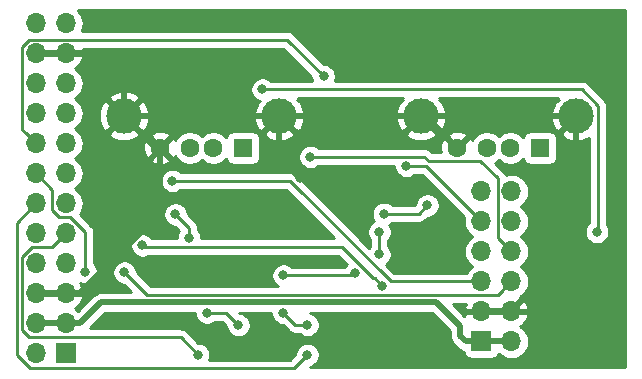
<source format=gbr>
G04 #@! TF.GenerationSoftware,KiCad,Pcbnew,5.0.2+dfsg1-1*
G04 #@! TF.CreationDate,2019-12-14T00:12:12+01:00*
G04 #@! TF.ProjectId,USB,5553422e-6b69-4636-9164-5f7063625858,rev?*
G04 #@! TF.SameCoordinates,Original*
G04 #@! TF.FileFunction,Copper,L2,Bot*
G04 #@! TF.FilePolarity,Positive*
%FSLAX46Y46*%
G04 Gerber Fmt 4.6, Leading zero omitted, Abs format (unit mm)*
G04 Created by KiCad (PCBNEW 5.0.2+dfsg1-1) date Sat 14 Dec 2019 12:12:12 AM CET*
%MOMM*%
%LPD*%
G01*
G04 APERTURE LIST*
G04 #@! TA.AperFunction,ComponentPad*
%ADD10R,1.700000X1.700000*%
G04 #@! TD*
G04 #@! TA.AperFunction,ComponentPad*
%ADD11O,1.700000X1.700000*%
G04 #@! TD*
G04 #@! TA.AperFunction,ComponentPad*
%ADD12C,1.600000*%
G04 #@! TD*
G04 #@! TA.AperFunction,ComponentPad*
%ADD13R,1.600000X1.600000*%
G04 #@! TD*
G04 #@! TA.AperFunction,ComponentPad*
%ADD14C,3.000000*%
G04 #@! TD*
G04 #@! TA.AperFunction,ViaPad*
%ADD15C,0.800000*%
G04 #@! TD*
G04 #@! TA.AperFunction,Conductor*
%ADD16C,0.250000*%
G04 #@! TD*
G04 #@! TA.AperFunction,Conductor*
%ADD17C,0.500000*%
G04 #@! TD*
G04 #@! TA.AperFunction,Conductor*
%ADD18C,0.200000*%
G04 #@! TD*
G04 #@! TA.AperFunction,Conductor*
%ADD19C,0.254000*%
G04 #@! TD*
G04 APERTURE END LIST*
D10*
G04 #@! TO.P,J1,1*
G04 #@! TO.N,USB2_FPGA_D-*
X126238000Y-107950000D03*
D11*
G04 #@! TO.P,J1,2*
G04 #@! TO.N,USB2_FPGA_D+*
X123698000Y-107950000D03*
G04 #@! TO.P,J1,3*
G04 #@! TO.N,+3V3*
X126238000Y-105410000D03*
G04 #@! TO.P,J1,4*
X123698000Y-105410000D03*
G04 #@! TO.P,J1,5*
G04 #@! TO.N,GND*
X126238000Y-102870000D03*
G04 #@! TO.P,J1,6*
X123698000Y-102870000D03*
G04 #@! TO.P,J1,7*
G04 #@! TO.N,USB1_FPGA_D-*
X126238000Y-100330000D03*
G04 #@! TO.P,J1,8*
G04 #@! TO.N,USB1_FPGA_D+*
X123698000Y-100330000D03*
G04 #@! TO.P,J1,9*
G04 #@! TO.N,USB1_FPGA_PULL_D-*
X126238000Y-97790000D03*
G04 #@! TO.P,J1,10*
G04 #@! TO.N,USB1_FPGA_PULL_D+*
X123698000Y-97790000D03*
G04 #@! TO.P,J1,11*
G04 #@! TO.N,USB2_FPGA_PULL_D-*
X126238000Y-95250000D03*
G04 #@! TO.P,J1,12*
G04 #@! TO.N,USB2_FPGA_PULL_D+*
X123698000Y-95250000D03*
G04 #@! TO.P,J1,13*
G04 #@! TO.N,GN24*
X126238000Y-92710000D03*
G04 #@! TO.P,J1,14*
G04 #@! TO.N,GP24*
X123698000Y-92710000D03*
G04 #@! TO.P,J1,15*
G04 #@! TO.N,GN25*
X126238000Y-90170000D03*
G04 #@! TO.P,J1,16*
G04 #@! TO.N,GP25*
X123698000Y-90170000D03*
G04 #@! TO.P,J1,17*
G04 #@! TO.N,GN26*
X126238000Y-87630000D03*
G04 #@! TO.P,J1,18*
G04 #@! TO.N,GP26*
X123698000Y-87630000D03*
G04 #@! TO.P,J1,19*
G04 #@! TO.N,GN27*
X126238000Y-85090000D03*
G04 #@! TO.P,J1,20*
G04 #@! TO.N,GP27*
X123698000Y-85090000D03*
G04 #@! TO.P,J1,21*
G04 #@! TO.N,GND*
X126238000Y-82550000D03*
G04 #@! TO.P,J1,22*
X123698000Y-82550000D03*
G04 #@! TO.P,J1,23*
G04 #@! TO.N,+5V*
X126238000Y-80010000D03*
G04 #@! TO.P,J1,24*
X123698000Y-80010000D03*
G04 #@! TD*
D10*
G04 #@! TO.P,J2,1*
G04 #@! TO.N,+3V3*
X161417000Y-106934000D03*
D11*
G04 #@! TO.P,J2,2*
X163957000Y-106934000D03*
G04 #@! TO.P,J2,3*
G04 #@! TO.N,GND*
X161417000Y-104394000D03*
G04 #@! TO.P,J2,4*
X163957000Y-104394000D03*
G04 #@! TO.P,J2,5*
G04 #@! TO.N,GN24*
X161417000Y-101854000D03*
G04 #@! TO.P,J2,6*
G04 #@! TO.N,GP24*
X163957000Y-101854000D03*
G04 #@! TO.P,J2,7*
G04 #@! TO.N,GN25*
X161417000Y-99314000D03*
G04 #@! TO.P,J2,8*
G04 #@! TO.N,GP25*
X163957000Y-99314000D03*
G04 #@! TO.P,J2,9*
G04 #@! TO.N,GN26*
X161417000Y-96774000D03*
G04 #@! TO.P,J2,10*
G04 #@! TO.N,GP26*
X163957000Y-96774000D03*
G04 #@! TO.P,J2,11*
G04 #@! TO.N,GN27*
X161417000Y-94234000D03*
G04 #@! TO.P,J2,12*
G04 #@! TO.N,GP27*
X163957000Y-94234000D03*
G04 #@! TD*
D12*
G04 #@! TO.P,US3,4*
G04 #@! TO.N,GND*
X134224000Y-90551000D03*
G04 #@! TO.P,US3,3*
G04 #@! TO.N,/FPD1+*
X136724000Y-90551000D03*
G04 #@! TO.P,US3,2*
G04 #@! TO.N,/FPD1-*
X138724000Y-90551000D03*
D13*
G04 #@! TO.P,US3,1*
G04 #@! TO.N,/US1VBUS*
X141224000Y-90551000D03*
D14*
G04 #@! TO.P,US3,5*
G04 #@! TO.N,GND*
X144294000Y-87841000D03*
X131154000Y-87841000D03*
G04 #@! TD*
G04 #@! TO.P,US4,5*
G04 #@! TO.N,GND*
X156300000Y-87841000D03*
X169440000Y-87841000D03*
D13*
G04 #@! TO.P,US4,1*
G04 #@! TO.N,/US2VBUS*
X166370000Y-90551000D03*
D12*
G04 #@! TO.P,US4,2*
G04 #@! TO.N,/FPD2-*
X163870000Y-90551000D03*
G04 #@! TO.P,US4,3*
G04 #@! TO.N,/FPD2+*
X161870000Y-90551000D03*
G04 #@! TO.P,US4,4*
G04 #@! TO.N,GND*
X159370000Y-90551000D03*
G04 #@! TD*
D15*
G04 #@! TO.N,USB1_FPGA_PULL_D-*
X137414000Y-108057000D03*
G04 #@! TO.N,Net-(D4-Pad2)*
X138176000Y-104482000D03*
X140843000Y-105557000D03*
G04 #@! TO.N,USB1_FPGA_D+*
X136652000Y-98171000D03*
X135509000Y-96164500D03*
G04 #@! TO.N,GND*
X146050000Y-93091000D03*
G04 #@! TO.N,Net-(D8-Pad1)*
X146685000Y-105537000D03*
X144653000Y-104521000D03*
X144653000Y-101346000D03*
X150749000Y-101117500D03*
G04 #@! TO.N,USB2_FPGA_PULL_D+*
X146685000Y-108057000D03*
G04 #@! TO.N,USB2_FPGA_PULL_D-*
X153035000Y-102235000D03*
X132715000Y-98806000D03*
G04 #@! TO.N,USB2_FPGA_D+*
X152781000Y-99568000D03*
X152781000Y-97663000D03*
G04 #@! TO.N,USB2_FPGA_D-*
X153162000Y-96139000D03*
X156845000Y-95402500D03*
G04 #@! TO.N,GN26*
X155067000Y-92075000D03*
G04 #@! TO.N,GP25*
X146939000Y-91313000D03*
X148059863Y-84477137D03*
X123698000Y-90170000D03*
G04 #@! TO.N,GN25*
X142875000Y-85598000D03*
X171196000Y-97663000D03*
G04 #@! TO.N,GP24*
X127889000Y-101030000D03*
X131191000Y-101092000D03*
G04 #@! TO.N,GN24*
X135255000Y-93345000D03*
G04 #@! TD*
D16*
G04 #@! TO.N,USB1_FPGA_PULL_D-*
X135942001Y-106585001D02*
X137414000Y-108057000D01*
X123133999Y-106585001D02*
X135942001Y-106585001D01*
X122522999Y-105974001D02*
X123133999Y-106585001D01*
X122522999Y-99765999D02*
X122522999Y-105974001D01*
X123323997Y-98965001D02*
X122522999Y-99765999D01*
X125062999Y-98965001D02*
X123323997Y-98965001D01*
X126238000Y-97790000D02*
X125062999Y-98965001D01*
G04 #@! TO.N,Net-(D4-Pad2)*
X138176000Y-104482000D02*
X139768000Y-104482000D01*
X139768000Y-104482000D02*
X140843000Y-105557000D01*
G04 #@! TO.N,USB1_FPGA_D+*
X136652000Y-98171000D02*
X136652000Y-97307500D01*
X136652000Y-97307500D02*
X135509000Y-96164500D01*
D17*
G04 #@! TO.N,GND*
X123698000Y-102870000D02*
X126238000Y-102870000D01*
X134224000Y-91682370D02*
X134224000Y-90551000D01*
X127440081Y-102870000D02*
X134224000Y-96086081D01*
X134224000Y-96086081D02*
X134224000Y-91682370D01*
X126238000Y-102870000D02*
X127440081Y-102870000D01*
X134224000Y-90911000D02*
X131154000Y-87841000D01*
X134224000Y-91682370D02*
X134224000Y-90911000D01*
X133275320Y-87841000D02*
X144294000Y-87841000D01*
X131154000Y-87841000D02*
X133275320Y-87841000D01*
X126238000Y-82550000D02*
X129667000Y-82550000D01*
X131154000Y-84037000D02*
X131154000Y-87841000D01*
X129667000Y-82550000D02*
X131154000Y-84037000D01*
X146415320Y-87841000D02*
X156300000Y-87841000D01*
X144294000Y-87841000D02*
X146415320Y-87841000D01*
X156660000Y-87841000D02*
X159370000Y-90551000D01*
X156300000Y-87841000D02*
X156660000Y-87841000D01*
X156300000Y-87841000D02*
X169440000Y-87841000D01*
X169440000Y-98911000D02*
X163957000Y-104394000D01*
X169440000Y-87841000D02*
X169440000Y-98911000D01*
X123698000Y-82550000D02*
X126238000Y-82550000D01*
X161417000Y-104394000D02*
X163957000Y-104394000D01*
X144294000Y-87841000D02*
X144294000Y-91335000D01*
X144294000Y-91335000D02*
X146050000Y-93091000D01*
D16*
G04 #@! TO.N,Net-(D8-Pad1)*
X146685000Y-105537000D02*
X145669000Y-105537000D01*
X145669000Y-105537000D02*
X144653000Y-104521000D01*
X150520500Y-101346000D02*
X150749000Y-101117500D01*
X144653000Y-101346000D02*
X150520500Y-101346000D01*
G04 #@! TO.N,USB2_FPGA_PULL_D+*
X122072989Y-108063991D02*
X123228998Y-109220000D01*
X123698000Y-95250000D02*
X122072989Y-96875011D01*
X122072989Y-96875011D02*
X122072989Y-108063991D01*
X123228998Y-109220000D02*
X145522000Y-109220000D01*
X145522000Y-109220000D02*
X146685000Y-108057000D01*
G04 #@! TO.N,USB2_FPGA_PULL_D-*
X132805001Y-98896001D02*
X132715000Y-98806000D01*
X149600503Y-98896001D02*
X132805001Y-98896001D01*
X152273000Y-101568498D02*
X149600503Y-98896001D01*
X152368498Y-101568498D02*
X153035000Y-102235000D01*
X152273000Y-101568498D02*
X152368498Y-101568498D01*
G04 #@! TO.N,USB2_FPGA_D+*
X152781000Y-99568000D02*
X152781000Y-97663000D01*
G04 #@! TO.N,USB2_FPGA_D-*
X153162000Y-96139000D02*
X156108500Y-96139000D01*
X156108500Y-96139000D02*
X156845000Y-95402500D01*
D18*
G04 #@! TO.N,GP27*
X123698000Y-85090000D02*
X124148000Y-84640000D01*
G04 #@! TO.N,GP26*
X123698000Y-87630000D02*
X124148000Y-87180000D01*
D16*
G04 #@! TO.N,GN26*
X156718000Y-92075000D02*
X161417000Y-96774000D01*
X155067000Y-92075000D02*
X156718000Y-92075000D01*
G04 #@! TO.N,GP25*
X156592410Y-91313000D02*
X146939000Y-91313000D01*
X162781999Y-98138999D02*
X162781999Y-93128001D01*
X161329999Y-91676001D02*
X156955411Y-91676001D01*
X163957000Y-99314000D02*
X162781999Y-98138999D01*
X162781999Y-93128001D02*
X161329999Y-91676001D01*
X156955411Y-91676001D02*
X156592410Y-91313000D01*
X122848001Y-89320001D02*
X123698000Y-90170000D01*
X122522999Y-88994999D02*
X122848001Y-89320001D01*
X122522999Y-81985999D02*
X122522999Y-88994999D01*
X123133999Y-81374999D02*
X122522999Y-81985999D01*
X144957725Y-81374999D02*
X123133999Y-81374999D01*
X148059863Y-84477137D02*
X144957725Y-81374999D01*
G04 #@! TO.N,GN25*
X171265001Y-97593999D02*
X171196000Y-97663000D01*
X171265001Y-86964999D02*
X171265001Y-97593999D01*
X142875000Y-85598000D02*
X169898002Y-85598000D01*
X169898002Y-85598000D02*
X171265001Y-86964999D01*
G04 #@! TO.N,GP24*
X127889000Y-97701998D02*
X127889000Y-101030000D01*
X125062999Y-94074999D02*
X125062999Y-95814001D01*
X123698000Y-92710000D02*
X125062999Y-94074999D01*
X125062999Y-95814001D02*
X125673999Y-96425001D01*
X125673999Y-96425001D02*
X126612003Y-96425001D01*
X126612003Y-96425001D02*
X127889000Y-97701998D01*
X162781999Y-103029001D02*
X163107001Y-102703999D01*
X133128001Y-103029001D02*
X162781999Y-103029001D01*
X163107001Y-102703999D02*
X163957000Y-101854000D01*
X131191000Y-101092000D02*
X133128001Y-103029001D01*
G04 #@! TO.N,GN24*
X145218002Y-93345000D02*
X135255000Y-93345000D01*
X161417000Y-101854000D02*
X153727002Y-101854000D01*
X153727002Y-101854000D02*
X145218002Y-93345000D01*
D17*
G04 #@! TO.N,+3V3*
X123698000Y-105410000D02*
X126238000Y-105410000D01*
X160067000Y-106934000D02*
X161417000Y-106934000D01*
X159639000Y-106506000D02*
X160067000Y-106934000D01*
X126238000Y-105410000D02*
X127440081Y-105410000D01*
X127440081Y-105410000D02*
X129218081Y-103632000D01*
X157607000Y-103632000D02*
X159639000Y-105664000D01*
X129218081Y-103632000D02*
X157607000Y-103632000D01*
X159639000Y-105664000D02*
X159639000Y-106506000D01*
X161417000Y-106934000D02*
X163957000Y-106934000D01*
G04 #@! TD*
D19*
G04 #@! TO.N,GND*
G36*
X173584000Y-109068000D02*
X146907596Y-109068000D01*
X146986898Y-109052226D01*
X147175256Y-108974205D01*
X147344774Y-108860937D01*
X147488937Y-108716774D01*
X147602205Y-108547256D01*
X147680226Y-108358898D01*
X147720000Y-108158939D01*
X147720000Y-107955061D01*
X147680226Y-107755102D01*
X147602205Y-107566744D01*
X147488937Y-107397226D01*
X147344774Y-107253063D01*
X147175256Y-107139795D01*
X146986898Y-107061774D01*
X146786939Y-107022000D01*
X146583061Y-107022000D01*
X146383102Y-107061774D01*
X146194744Y-107139795D01*
X146025226Y-107253063D01*
X145881063Y-107397226D01*
X145767795Y-107566744D01*
X145689774Y-107755102D01*
X145650000Y-107955061D01*
X145650000Y-108017198D01*
X145207199Y-108460000D01*
X138367348Y-108460000D01*
X138409226Y-108358898D01*
X138449000Y-108158939D01*
X138449000Y-107955061D01*
X138409226Y-107755102D01*
X138331205Y-107566744D01*
X138217937Y-107397226D01*
X138073774Y-107253063D01*
X137904256Y-107139795D01*
X137715898Y-107061774D01*
X137515939Y-107022000D01*
X137453802Y-107022000D01*
X136505805Y-106074004D01*
X136482002Y-106045000D01*
X136366277Y-105950027D01*
X136234248Y-105879455D01*
X136090987Y-105835998D01*
X135979334Y-105825001D01*
X135979323Y-105825001D01*
X135942001Y-105821325D01*
X135904679Y-105825001D01*
X128276658Y-105825001D01*
X129584660Y-104517000D01*
X137141000Y-104517000D01*
X137141000Y-104583939D01*
X137180774Y-104783898D01*
X137258795Y-104972256D01*
X137372063Y-105141774D01*
X137516226Y-105285937D01*
X137685744Y-105399205D01*
X137874102Y-105477226D01*
X138074061Y-105517000D01*
X138277939Y-105517000D01*
X138477898Y-105477226D01*
X138666256Y-105399205D01*
X138835774Y-105285937D01*
X138879711Y-105242000D01*
X139453199Y-105242000D01*
X139808000Y-105596802D01*
X139808000Y-105658939D01*
X139847774Y-105858898D01*
X139925795Y-106047256D01*
X140039063Y-106216774D01*
X140183226Y-106360937D01*
X140352744Y-106474205D01*
X140541102Y-106552226D01*
X140741061Y-106592000D01*
X140944939Y-106592000D01*
X141144898Y-106552226D01*
X141333256Y-106474205D01*
X141502774Y-106360937D01*
X141646937Y-106216774D01*
X141760205Y-106047256D01*
X141838226Y-105858898D01*
X141878000Y-105658939D01*
X141878000Y-105455061D01*
X141838226Y-105255102D01*
X141760205Y-105066744D01*
X141646937Y-104897226D01*
X141502774Y-104753063D01*
X141333256Y-104639795D01*
X141144898Y-104561774D01*
X140944939Y-104522000D01*
X140882802Y-104522000D01*
X140877802Y-104517000D01*
X143618000Y-104517000D01*
X143618000Y-104622939D01*
X143657774Y-104822898D01*
X143735795Y-105011256D01*
X143849063Y-105180774D01*
X143993226Y-105324937D01*
X144162744Y-105438205D01*
X144351102Y-105516226D01*
X144551061Y-105556000D01*
X144613199Y-105556000D01*
X145105201Y-106048003D01*
X145128999Y-106077001D01*
X145157997Y-106100799D01*
X145244723Y-106171974D01*
X145356252Y-106231588D01*
X145376753Y-106242546D01*
X145520014Y-106286003D01*
X145631667Y-106297000D01*
X145631677Y-106297000D01*
X145669000Y-106300676D01*
X145706322Y-106297000D01*
X145981289Y-106297000D01*
X146025226Y-106340937D01*
X146194744Y-106454205D01*
X146383102Y-106532226D01*
X146583061Y-106572000D01*
X146786939Y-106572000D01*
X146986898Y-106532226D01*
X147175256Y-106454205D01*
X147344774Y-106340937D01*
X147488937Y-106196774D01*
X147602205Y-106027256D01*
X147680226Y-105838898D01*
X147720000Y-105638939D01*
X147720000Y-105435061D01*
X147680226Y-105235102D01*
X147602205Y-105046744D01*
X147488937Y-104877226D01*
X147344774Y-104733063D01*
X147175256Y-104619795D01*
X146986898Y-104541774D01*
X146862350Y-104517000D01*
X157240422Y-104517000D01*
X158754000Y-106030579D01*
X158754000Y-106462531D01*
X158749719Y-106506000D01*
X158754000Y-106549469D01*
X158754000Y-106549477D01*
X158758355Y-106593687D01*
X158766805Y-106679490D01*
X158817412Y-106846313D01*
X158899590Y-107000059D01*
X158982468Y-107101046D01*
X158982471Y-107101049D01*
X159010184Y-107134817D01*
X159043952Y-107162530D01*
X159410466Y-107529044D01*
X159438183Y-107562817D01*
X159572941Y-107673411D01*
X159726687Y-107755589D01*
X159893510Y-107806195D01*
X159931482Y-107809935D01*
X159941188Y-107908482D01*
X159977498Y-108028180D01*
X160036463Y-108138494D01*
X160115815Y-108235185D01*
X160212506Y-108314537D01*
X160322820Y-108373502D01*
X160442518Y-108409812D01*
X160567000Y-108422072D01*
X162267000Y-108422072D01*
X162391482Y-108409812D01*
X162511180Y-108373502D01*
X162621494Y-108314537D01*
X162718185Y-108235185D01*
X162797537Y-108138494D01*
X162856502Y-108028180D01*
X162877393Y-107959313D01*
X162901866Y-107989134D01*
X163127986Y-108174706D01*
X163385966Y-108312599D01*
X163665889Y-108397513D01*
X163884050Y-108419000D01*
X164029950Y-108419000D01*
X164248111Y-108397513D01*
X164528034Y-108312599D01*
X164786014Y-108174706D01*
X165012134Y-107989134D01*
X165197706Y-107763014D01*
X165335599Y-107505034D01*
X165420513Y-107225111D01*
X165449185Y-106934000D01*
X165420513Y-106642889D01*
X165335599Y-106362966D01*
X165197706Y-106104986D01*
X165012134Y-105878866D01*
X164786014Y-105693294D01*
X164721477Y-105658799D01*
X164838355Y-105589178D01*
X165054588Y-105394269D01*
X165228641Y-105160920D01*
X165353825Y-104898099D01*
X165398476Y-104750890D01*
X165277155Y-104521000D01*
X164084000Y-104521000D01*
X164084000Y-104541000D01*
X163830000Y-104541000D01*
X163830000Y-104521000D01*
X161544000Y-104521000D01*
X161544000Y-104541000D01*
X161290000Y-104541000D01*
X161290000Y-104521000D01*
X160096845Y-104521000D01*
X159976196Y-104749617D01*
X159015579Y-103789001D01*
X160068235Y-103789001D01*
X160020175Y-103889901D01*
X159975524Y-104037110D01*
X160096845Y-104267000D01*
X161290000Y-104267000D01*
X161290000Y-104247000D01*
X161544000Y-104247000D01*
X161544000Y-104267000D01*
X163830000Y-104267000D01*
X163830000Y-104247000D01*
X164084000Y-104247000D01*
X164084000Y-104267000D01*
X165277155Y-104267000D01*
X165398476Y-104037110D01*
X165353825Y-103889901D01*
X165228641Y-103627080D01*
X165054588Y-103393731D01*
X164838355Y-103198822D01*
X164721477Y-103129201D01*
X164786014Y-103094706D01*
X165012134Y-102909134D01*
X165197706Y-102683014D01*
X165335599Y-102425034D01*
X165420513Y-102145111D01*
X165449185Y-101854000D01*
X165420513Y-101562889D01*
X165335599Y-101282966D01*
X165197706Y-101024986D01*
X165012134Y-100798866D01*
X164786014Y-100613294D01*
X164731209Y-100584000D01*
X164786014Y-100554706D01*
X165012134Y-100369134D01*
X165197706Y-100143014D01*
X165335599Y-99885034D01*
X165420513Y-99605111D01*
X165449185Y-99314000D01*
X165420513Y-99022889D01*
X165335599Y-98742966D01*
X165197706Y-98484986D01*
X165012134Y-98258866D01*
X164786014Y-98073294D01*
X164731209Y-98044000D01*
X164786014Y-98014706D01*
X165012134Y-97829134D01*
X165197706Y-97603014D01*
X165335599Y-97345034D01*
X165420513Y-97065111D01*
X165449185Y-96774000D01*
X165420513Y-96482889D01*
X165335599Y-96202966D01*
X165197706Y-95944986D01*
X165012134Y-95718866D01*
X164786014Y-95533294D01*
X164731209Y-95504000D01*
X164786014Y-95474706D01*
X165012134Y-95289134D01*
X165197706Y-95063014D01*
X165335599Y-94805034D01*
X165420513Y-94525111D01*
X165449185Y-94234000D01*
X165420513Y-93942889D01*
X165335599Y-93662966D01*
X165197706Y-93404986D01*
X165012134Y-93178866D01*
X164786014Y-92993294D01*
X164528034Y-92855401D01*
X164248111Y-92770487D01*
X164029950Y-92749000D01*
X163884050Y-92749000D01*
X163665889Y-92770487D01*
X163482409Y-92826145D01*
X163471106Y-92804999D01*
X163416973Y-92703724D01*
X163345798Y-92616998D01*
X163322000Y-92588000D01*
X163293002Y-92564202D01*
X162550778Y-91821978D01*
X162784759Y-91665637D01*
X162870000Y-91580396D01*
X162955241Y-91665637D01*
X163190273Y-91822680D01*
X163451426Y-91930853D01*
X163728665Y-91986000D01*
X164011335Y-91986000D01*
X164288574Y-91930853D01*
X164549727Y-91822680D01*
X164784759Y-91665637D01*
X164951339Y-91499057D01*
X164980498Y-91595180D01*
X165039463Y-91705494D01*
X165118815Y-91802185D01*
X165215506Y-91881537D01*
X165325820Y-91940502D01*
X165445518Y-91976812D01*
X165570000Y-91989072D01*
X167170000Y-91989072D01*
X167294482Y-91976812D01*
X167414180Y-91940502D01*
X167524494Y-91881537D01*
X167621185Y-91802185D01*
X167700537Y-91705494D01*
X167759502Y-91595180D01*
X167795812Y-91475482D01*
X167808072Y-91351000D01*
X167808072Y-89751000D01*
X167795812Y-89626518D01*
X167759502Y-89506820D01*
X167700537Y-89396506D01*
X167621185Y-89299815D01*
X167524494Y-89220463D01*
X167414180Y-89161498D01*
X167294482Y-89125188D01*
X167170000Y-89112928D01*
X165570000Y-89112928D01*
X165445518Y-89125188D01*
X165325820Y-89161498D01*
X165215506Y-89220463D01*
X165118815Y-89299815D01*
X165039463Y-89396506D01*
X164980498Y-89506820D01*
X164951339Y-89602943D01*
X164784759Y-89436363D01*
X164549727Y-89279320D01*
X164288574Y-89171147D01*
X164011335Y-89116000D01*
X163728665Y-89116000D01*
X163451426Y-89171147D01*
X163190273Y-89279320D01*
X162955241Y-89436363D01*
X162870000Y-89521604D01*
X162784759Y-89436363D01*
X162549727Y-89279320D01*
X162288574Y-89171147D01*
X162011335Y-89116000D01*
X161728665Y-89116000D01*
X161451426Y-89171147D01*
X161190273Y-89279320D01*
X160955241Y-89436363D01*
X160755363Y-89636241D01*
X160621308Y-89836869D01*
X160606671Y-89809486D01*
X160362702Y-89737903D01*
X159549605Y-90551000D01*
X159563748Y-90565143D01*
X159384143Y-90744748D01*
X159370000Y-90730605D01*
X159355858Y-90744748D01*
X159176253Y-90565143D01*
X159190395Y-90551000D01*
X158377298Y-89737903D01*
X158133329Y-89809486D01*
X158012429Y-90064996D01*
X157943700Y-90339184D01*
X157929783Y-90621512D01*
X157971213Y-90901130D01*
X157976531Y-90916001D01*
X157270212Y-90916001D01*
X157156214Y-90802003D01*
X157132411Y-90772999D01*
X157016686Y-90678026D01*
X156884657Y-90607454D01*
X156741396Y-90563997D01*
X156629743Y-90553000D01*
X156629732Y-90553000D01*
X156592410Y-90549324D01*
X156555088Y-90553000D01*
X147642711Y-90553000D01*
X147598774Y-90509063D01*
X147429256Y-90395795D01*
X147240898Y-90317774D01*
X147040939Y-90278000D01*
X146837061Y-90278000D01*
X146637102Y-90317774D01*
X146448744Y-90395795D01*
X146279226Y-90509063D01*
X146135063Y-90653226D01*
X146021795Y-90822744D01*
X145943774Y-91011102D01*
X145904000Y-91211061D01*
X145904000Y-91414939D01*
X145943774Y-91614898D01*
X146021795Y-91803256D01*
X146135063Y-91972774D01*
X146279226Y-92116937D01*
X146448744Y-92230205D01*
X146637102Y-92308226D01*
X146837061Y-92348000D01*
X147040939Y-92348000D01*
X147240898Y-92308226D01*
X147429256Y-92230205D01*
X147598774Y-92116937D01*
X147642711Y-92073000D01*
X154032000Y-92073000D01*
X154032000Y-92176939D01*
X154071774Y-92376898D01*
X154149795Y-92565256D01*
X154263063Y-92734774D01*
X154407226Y-92878937D01*
X154576744Y-92992205D01*
X154765102Y-93070226D01*
X154965061Y-93110000D01*
X155168939Y-93110000D01*
X155368898Y-93070226D01*
X155557256Y-92992205D01*
X155726774Y-92878937D01*
X155770711Y-92835000D01*
X156403199Y-92835000D01*
X159976203Y-96408005D01*
X159953487Y-96482889D01*
X159924815Y-96774000D01*
X159953487Y-97065111D01*
X160038401Y-97345034D01*
X160176294Y-97603014D01*
X160361866Y-97829134D01*
X160587986Y-98014706D01*
X160642791Y-98044000D01*
X160587986Y-98073294D01*
X160361866Y-98258866D01*
X160176294Y-98484986D01*
X160038401Y-98742966D01*
X159953487Y-99022889D01*
X159924815Y-99314000D01*
X159953487Y-99605111D01*
X160038401Y-99885034D01*
X160176294Y-100143014D01*
X160361866Y-100369134D01*
X160587986Y-100554706D01*
X160642791Y-100584000D01*
X160587986Y-100613294D01*
X160361866Y-100798866D01*
X160176294Y-101024986D01*
X160139405Y-101094000D01*
X154041804Y-101094000D01*
X153368220Y-100420416D01*
X153440774Y-100371937D01*
X153584937Y-100227774D01*
X153698205Y-100058256D01*
X153776226Y-99869898D01*
X153816000Y-99669939D01*
X153816000Y-99466061D01*
X153776226Y-99266102D01*
X153698205Y-99077744D01*
X153584937Y-98908226D01*
X153541000Y-98864289D01*
X153541000Y-98366711D01*
X153584937Y-98322774D01*
X153698205Y-98153256D01*
X153776226Y-97964898D01*
X153816000Y-97764939D01*
X153816000Y-97561061D01*
X153776226Y-97361102D01*
X153698205Y-97172744D01*
X153627256Y-97066561D01*
X153652256Y-97056205D01*
X153821774Y-96942937D01*
X153865711Y-96899000D01*
X156071178Y-96899000D01*
X156108500Y-96902676D01*
X156145822Y-96899000D01*
X156145833Y-96899000D01*
X156257486Y-96888003D01*
X156400747Y-96844546D01*
X156532776Y-96773974D01*
X156648501Y-96679001D01*
X156672303Y-96649998D01*
X156884801Y-96437500D01*
X156946939Y-96437500D01*
X157146898Y-96397726D01*
X157335256Y-96319705D01*
X157504774Y-96206437D01*
X157648937Y-96062274D01*
X157762205Y-95892756D01*
X157840226Y-95704398D01*
X157880000Y-95504439D01*
X157880000Y-95300561D01*
X157840226Y-95100602D01*
X157762205Y-94912244D01*
X157648937Y-94742726D01*
X157504774Y-94598563D01*
X157335256Y-94485295D01*
X157146898Y-94407274D01*
X156946939Y-94367500D01*
X156743061Y-94367500D01*
X156543102Y-94407274D01*
X156354744Y-94485295D01*
X156185226Y-94598563D01*
X156041063Y-94742726D01*
X155927795Y-94912244D01*
X155849774Y-95100602D01*
X155810000Y-95300561D01*
X155810000Y-95362699D01*
X155793699Y-95379000D01*
X153865711Y-95379000D01*
X153821774Y-95335063D01*
X153652256Y-95221795D01*
X153463898Y-95143774D01*
X153263939Y-95104000D01*
X153060061Y-95104000D01*
X152860102Y-95143774D01*
X152671744Y-95221795D01*
X152502226Y-95335063D01*
X152358063Y-95479226D01*
X152244795Y-95648744D01*
X152166774Y-95837102D01*
X152127000Y-96037061D01*
X152127000Y-96240939D01*
X152166774Y-96440898D01*
X152244795Y-96629256D01*
X152315744Y-96735439D01*
X152290744Y-96745795D01*
X152121226Y-96859063D01*
X151977063Y-97003226D01*
X151863795Y-97172744D01*
X151785774Y-97361102D01*
X151746000Y-97561061D01*
X151746000Y-97764939D01*
X151785774Y-97964898D01*
X151863795Y-98153256D01*
X151977063Y-98322774D01*
X152021001Y-98366712D01*
X152021000Y-98864289D01*
X151977063Y-98908226D01*
X151928584Y-98980780D01*
X145781806Y-92834003D01*
X145758003Y-92804999D01*
X145642278Y-92710026D01*
X145510249Y-92639454D01*
X145366988Y-92595997D01*
X145255335Y-92585000D01*
X145255324Y-92585000D01*
X145218002Y-92581324D01*
X145180680Y-92585000D01*
X135958711Y-92585000D01*
X135914774Y-92541063D01*
X135745256Y-92427795D01*
X135556898Y-92349774D01*
X135356939Y-92310000D01*
X135153061Y-92310000D01*
X134953102Y-92349774D01*
X134764744Y-92427795D01*
X134595226Y-92541063D01*
X134451063Y-92685226D01*
X134337795Y-92854744D01*
X134259774Y-93043102D01*
X134220000Y-93243061D01*
X134220000Y-93446939D01*
X134259774Y-93646898D01*
X134337795Y-93835256D01*
X134451063Y-94004774D01*
X134595226Y-94148937D01*
X134764744Y-94262205D01*
X134953102Y-94340226D01*
X135153061Y-94380000D01*
X135356939Y-94380000D01*
X135556898Y-94340226D01*
X135745256Y-94262205D01*
X135914774Y-94148937D01*
X135958711Y-94105000D01*
X144903201Y-94105000D01*
X148934202Y-98136001D01*
X137687000Y-98136001D01*
X137687000Y-98069061D01*
X137647226Y-97869102D01*
X137569205Y-97680744D01*
X137455937Y-97511226D01*
X137412000Y-97467289D01*
X137412000Y-97344822D01*
X137415676Y-97307499D01*
X137412000Y-97270176D01*
X137412000Y-97270167D01*
X137401003Y-97158514D01*
X137357546Y-97015253D01*
X137330686Y-96965002D01*
X137286974Y-96883223D01*
X137215799Y-96796497D01*
X137192001Y-96767499D01*
X137163003Y-96743701D01*
X136544000Y-96124699D01*
X136544000Y-96062561D01*
X136504226Y-95862602D01*
X136426205Y-95674244D01*
X136312937Y-95504726D01*
X136168774Y-95360563D01*
X135999256Y-95247295D01*
X135810898Y-95169274D01*
X135610939Y-95129500D01*
X135407061Y-95129500D01*
X135207102Y-95169274D01*
X135018744Y-95247295D01*
X134849226Y-95360563D01*
X134705063Y-95504726D01*
X134591795Y-95674244D01*
X134513774Y-95862602D01*
X134474000Y-96062561D01*
X134474000Y-96266439D01*
X134513774Y-96466398D01*
X134591795Y-96654756D01*
X134705063Y-96824274D01*
X134849226Y-96968437D01*
X135018744Y-97081705D01*
X135207102Y-97159726D01*
X135407061Y-97199500D01*
X135469199Y-97199500D01*
X135821171Y-97551473D01*
X135734795Y-97680744D01*
X135656774Y-97869102D01*
X135617000Y-98069061D01*
X135617000Y-98136001D01*
X133508712Y-98136001D01*
X133374774Y-98002063D01*
X133205256Y-97888795D01*
X133016898Y-97810774D01*
X132816939Y-97771000D01*
X132613061Y-97771000D01*
X132413102Y-97810774D01*
X132224744Y-97888795D01*
X132055226Y-98002063D01*
X131911063Y-98146226D01*
X131797795Y-98315744D01*
X131719774Y-98504102D01*
X131680000Y-98704061D01*
X131680000Y-98907939D01*
X131719774Y-99107898D01*
X131797795Y-99296256D01*
X131911063Y-99465774D01*
X132055226Y-99609937D01*
X132224744Y-99723205D01*
X132413102Y-99801226D01*
X132613061Y-99841000D01*
X132816939Y-99841000D01*
X133016898Y-99801226D01*
X133205256Y-99723205D01*
X133305834Y-99656001D01*
X149285702Y-99656001D01*
X150016245Y-100386544D01*
X149945063Y-100457726D01*
X149859353Y-100586000D01*
X145356711Y-100586000D01*
X145312774Y-100542063D01*
X145143256Y-100428795D01*
X144954898Y-100350774D01*
X144754939Y-100311000D01*
X144551061Y-100311000D01*
X144351102Y-100350774D01*
X144162744Y-100428795D01*
X143993226Y-100542063D01*
X143849063Y-100686226D01*
X143735795Y-100855744D01*
X143657774Y-101044102D01*
X143618000Y-101244061D01*
X143618000Y-101447939D01*
X143657774Y-101647898D01*
X143735795Y-101836256D01*
X143849063Y-102005774D01*
X143993226Y-102149937D01*
X144162744Y-102263205D01*
X144176737Y-102269001D01*
X133442803Y-102269001D01*
X132226000Y-101052199D01*
X132226000Y-100990061D01*
X132186226Y-100790102D01*
X132108205Y-100601744D01*
X131994937Y-100432226D01*
X131850774Y-100288063D01*
X131681256Y-100174795D01*
X131492898Y-100096774D01*
X131292939Y-100057000D01*
X131089061Y-100057000D01*
X130889102Y-100096774D01*
X130700744Y-100174795D01*
X130531226Y-100288063D01*
X130387063Y-100432226D01*
X130273795Y-100601744D01*
X130195774Y-100790102D01*
X130156000Y-100990061D01*
X130156000Y-101193939D01*
X130195774Y-101393898D01*
X130273795Y-101582256D01*
X130387063Y-101751774D01*
X130531226Y-101895937D01*
X130700744Y-102009205D01*
X130889102Y-102087226D01*
X131089061Y-102127000D01*
X131151199Y-102127000D01*
X131771198Y-102747000D01*
X129261550Y-102747000D01*
X129218081Y-102742719D01*
X129174612Y-102747000D01*
X129174604Y-102747000D01*
X129044591Y-102759805D01*
X128877768Y-102810411D01*
X128747547Y-102880015D01*
X128724022Y-102892589D01*
X128623034Y-102975468D01*
X128623032Y-102975470D01*
X128589264Y-103003183D01*
X128561551Y-103036951D01*
X127265948Y-104332555D01*
X127067014Y-104169294D01*
X127002477Y-104134799D01*
X127119355Y-104065178D01*
X127335588Y-103870269D01*
X127509641Y-103636920D01*
X127634825Y-103374099D01*
X127679476Y-103226890D01*
X127558155Y-102997000D01*
X126365000Y-102997000D01*
X126365000Y-103017000D01*
X126111000Y-103017000D01*
X126111000Y-102997000D01*
X123825000Y-102997000D01*
X123825000Y-103017000D01*
X123571000Y-103017000D01*
X123571000Y-102997000D01*
X123551000Y-102997000D01*
X123551000Y-102743000D01*
X123571000Y-102743000D01*
X123571000Y-102723000D01*
X123825000Y-102723000D01*
X123825000Y-102743000D01*
X126111000Y-102743000D01*
X126111000Y-102723000D01*
X126365000Y-102723000D01*
X126365000Y-102743000D01*
X127558155Y-102743000D01*
X127679476Y-102513110D01*
X127634825Y-102365901D01*
X127509641Y-102103080D01*
X127388041Y-101940053D01*
X127398744Y-101947205D01*
X127587102Y-102025226D01*
X127787061Y-102065000D01*
X127990939Y-102065000D01*
X128190898Y-102025226D01*
X128379256Y-101947205D01*
X128548774Y-101833937D01*
X128692937Y-101689774D01*
X128806205Y-101520256D01*
X128884226Y-101331898D01*
X128924000Y-101131939D01*
X128924000Y-100928061D01*
X128884226Y-100728102D01*
X128806205Y-100539744D01*
X128692937Y-100370226D01*
X128649000Y-100326289D01*
X128649000Y-97739320D01*
X128652676Y-97701997D01*
X128649000Y-97664674D01*
X128649000Y-97664665D01*
X128638003Y-97553012D01*
X128594546Y-97409751D01*
X128523974Y-97277722D01*
X128481692Y-97226201D01*
X128452799Y-97190994D01*
X128452795Y-97190990D01*
X128429001Y-97161997D01*
X128400009Y-97138204D01*
X127416552Y-96154749D01*
X127478706Y-96079014D01*
X127616599Y-95821034D01*
X127701513Y-95541111D01*
X127730185Y-95250000D01*
X127701513Y-94958889D01*
X127616599Y-94678966D01*
X127478706Y-94420986D01*
X127293134Y-94194866D01*
X127067014Y-94009294D01*
X127012209Y-93980000D01*
X127067014Y-93950706D01*
X127293134Y-93765134D01*
X127478706Y-93539014D01*
X127616599Y-93281034D01*
X127701513Y-93001111D01*
X127730185Y-92710000D01*
X127701513Y-92418889D01*
X127616599Y-92138966D01*
X127478706Y-91880986D01*
X127293134Y-91654866D01*
X127157681Y-91543702D01*
X133410903Y-91543702D01*
X133482486Y-91787671D01*
X133737996Y-91908571D01*
X134012184Y-91977300D01*
X134294512Y-91991217D01*
X134574130Y-91949787D01*
X134840292Y-91854603D01*
X134965514Y-91787671D01*
X135037097Y-91543702D01*
X134224000Y-90730605D01*
X133410903Y-91543702D01*
X127157681Y-91543702D01*
X127067014Y-91469294D01*
X127012209Y-91440000D01*
X127067014Y-91410706D01*
X127293134Y-91225134D01*
X127478706Y-90999014D01*
X127616599Y-90741034D01*
X127652855Y-90621512D01*
X132783783Y-90621512D01*
X132825213Y-90901130D01*
X132920397Y-91167292D01*
X132987329Y-91292514D01*
X133231298Y-91364097D01*
X134044395Y-90551000D01*
X134403605Y-90551000D01*
X135216702Y-91364097D01*
X135460671Y-91292514D01*
X135474324Y-91263659D01*
X135609363Y-91465759D01*
X135809241Y-91665637D01*
X136044273Y-91822680D01*
X136305426Y-91930853D01*
X136582665Y-91986000D01*
X136865335Y-91986000D01*
X137142574Y-91930853D01*
X137403727Y-91822680D01*
X137638759Y-91665637D01*
X137724000Y-91580396D01*
X137809241Y-91665637D01*
X138044273Y-91822680D01*
X138305426Y-91930853D01*
X138582665Y-91986000D01*
X138865335Y-91986000D01*
X139142574Y-91930853D01*
X139403727Y-91822680D01*
X139638759Y-91665637D01*
X139805339Y-91499057D01*
X139834498Y-91595180D01*
X139893463Y-91705494D01*
X139972815Y-91802185D01*
X140069506Y-91881537D01*
X140179820Y-91940502D01*
X140299518Y-91976812D01*
X140424000Y-91989072D01*
X142024000Y-91989072D01*
X142148482Y-91976812D01*
X142268180Y-91940502D01*
X142378494Y-91881537D01*
X142475185Y-91802185D01*
X142554537Y-91705494D01*
X142613502Y-91595180D01*
X142649812Y-91475482D01*
X142662072Y-91351000D01*
X142662072Y-89751000D01*
X142649812Y-89626518D01*
X142613502Y-89506820D01*
X142554537Y-89396506D01*
X142502135Y-89332653D01*
X142981952Y-89332653D01*
X143137962Y-89648214D01*
X143512745Y-89839020D01*
X143917551Y-89953044D01*
X144336824Y-89985902D01*
X144754451Y-89936334D01*
X145154383Y-89806243D01*
X145450038Y-89648214D01*
X145606048Y-89332653D01*
X154987952Y-89332653D01*
X155143962Y-89648214D01*
X155518745Y-89839020D01*
X155923551Y-89953044D01*
X156342824Y-89985902D01*
X156760451Y-89936334D01*
X157160383Y-89806243D01*
X157456038Y-89648214D01*
X157500491Y-89558298D01*
X158556903Y-89558298D01*
X159370000Y-90371395D01*
X160183097Y-89558298D01*
X160111514Y-89314329D01*
X159856004Y-89193429D01*
X159581816Y-89124700D01*
X159299488Y-89110783D01*
X159019870Y-89152213D01*
X158753708Y-89247397D01*
X158628486Y-89314329D01*
X158556903Y-89558298D01*
X157500491Y-89558298D01*
X157612048Y-89332653D01*
X156300000Y-88020605D01*
X154987952Y-89332653D01*
X145606048Y-89332653D01*
X144294000Y-88020605D01*
X142981952Y-89332653D01*
X142502135Y-89332653D01*
X142475185Y-89299815D01*
X142378494Y-89220463D01*
X142268180Y-89161498D01*
X142148482Y-89125188D01*
X142024000Y-89112928D01*
X140424000Y-89112928D01*
X140299518Y-89125188D01*
X140179820Y-89161498D01*
X140069506Y-89220463D01*
X139972815Y-89299815D01*
X139893463Y-89396506D01*
X139834498Y-89506820D01*
X139805339Y-89602943D01*
X139638759Y-89436363D01*
X139403727Y-89279320D01*
X139142574Y-89171147D01*
X138865335Y-89116000D01*
X138582665Y-89116000D01*
X138305426Y-89171147D01*
X138044273Y-89279320D01*
X137809241Y-89436363D01*
X137724000Y-89521604D01*
X137638759Y-89436363D01*
X137403727Y-89279320D01*
X137142574Y-89171147D01*
X136865335Y-89116000D01*
X136582665Y-89116000D01*
X136305426Y-89171147D01*
X136044273Y-89279320D01*
X135809241Y-89436363D01*
X135609363Y-89636241D01*
X135475308Y-89836869D01*
X135460671Y-89809486D01*
X135216702Y-89737903D01*
X134403605Y-90551000D01*
X134044395Y-90551000D01*
X133231298Y-89737903D01*
X132987329Y-89809486D01*
X132866429Y-90064996D01*
X132797700Y-90339184D01*
X132783783Y-90621512D01*
X127652855Y-90621512D01*
X127701513Y-90461111D01*
X127730185Y-90170000D01*
X127701513Y-89878889D01*
X127616599Y-89598966D01*
X127478706Y-89340986D01*
X127471868Y-89332653D01*
X129841952Y-89332653D01*
X129997962Y-89648214D01*
X130372745Y-89839020D01*
X130777551Y-89953044D01*
X131196824Y-89985902D01*
X131614451Y-89936334D01*
X132014383Y-89806243D01*
X132310038Y-89648214D01*
X132354491Y-89558298D01*
X133410903Y-89558298D01*
X134224000Y-90371395D01*
X135037097Y-89558298D01*
X134965514Y-89314329D01*
X134710004Y-89193429D01*
X134435816Y-89124700D01*
X134153488Y-89110783D01*
X133873870Y-89152213D01*
X133607708Y-89247397D01*
X133482486Y-89314329D01*
X133410903Y-89558298D01*
X132354491Y-89558298D01*
X132466048Y-89332653D01*
X131154000Y-88020605D01*
X129841952Y-89332653D01*
X127471868Y-89332653D01*
X127293134Y-89114866D01*
X127067014Y-88929294D01*
X127012209Y-88900000D01*
X127067014Y-88870706D01*
X127293134Y-88685134D01*
X127478706Y-88459014D01*
X127616599Y-88201034D01*
X127701513Y-87921111D01*
X127705185Y-87883824D01*
X129009098Y-87883824D01*
X129058666Y-88301451D01*
X129188757Y-88701383D01*
X129346786Y-88997038D01*
X129662347Y-89153048D01*
X130974395Y-87841000D01*
X131333605Y-87841000D01*
X132645653Y-89153048D01*
X132961214Y-88997038D01*
X133152020Y-88622255D01*
X133266044Y-88217449D01*
X133298902Y-87798176D01*
X133249334Y-87380549D01*
X133119243Y-86980617D01*
X132961214Y-86684962D01*
X132645653Y-86528952D01*
X131333605Y-87841000D01*
X130974395Y-87841000D01*
X129662347Y-86528952D01*
X129346786Y-86684962D01*
X129155980Y-87059745D01*
X129041956Y-87464551D01*
X129009098Y-87883824D01*
X127705185Y-87883824D01*
X127730185Y-87630000D01*
X127701513Y-87338889D01*
X127616599Y-87058966D01*
X127478706Y-86800986D01*
X127293134Y-86574866D01*
X127067014Y-86389294D01*
X127012209Y-86360000D01*
X127032139Y-86349347D01*
X129841952Y-86349347D01*
X131154000Y-87661395D01*
X132466048Y-86349347D01*
X132310038Y-86033786D01*
X131935255Y-85842980D01*
X131530449Y-85728956D01*
X131111176Y-85696098D01*
X130693549Y-85745666D01*
X130293617Y-85875757D01*
X129997962Y-86033786D01*
X129841952Y-86349347D01*
X127032139Y-86349347D01*
X127067014Y-86330706D01*
X127293134Y-86145134D01*
X127478706Y-85919014D01*
X127616599Y-85661034D01*
X127701513Y-85381111D01*
X127730185Y-85090000D01*
X127701513Y-84798889D01*
X127616599Y-84518966D01*
X127478706Y-84260986D01*
X127293134Y-84034866D01*
X127067014Y-83849294D01*
X127002477Y-83814799D01*
X127119355Y-83745178D01*
X127335588Y-83550269D01*
X127509641Y-83316920D01*
X127634825Y-83054099D01*
X127679476Y-82906890D01*
X127558155Y-82677000D01*
X126365000Y-82677000D01*
X126365000Y-82697000D01*
X126111000Y-82697000D01*
X126111000Y-82677000D01*
X123825000Y-82677000D01*
X123825000Y-82697000D01*
X123571000Y-82697000D01*
X123571000Y-82677000D01*
X123551000Y-82677000D01*
X123551000Y-82423000D01*
X123571000Y-82423000D01*
X123571000Y-82403000D01*
X123825000Y-82403000D01*
X123825000Y-82423000D01*
X126111000Y-82423000D01*
X126111000Y-82403000D01*
X126365000Y-82403000D01*
X126365000Y-82423000D01*
X127558155Y-82423000D01*
X127679476Y-82193110D01*
X127661850Y-82134999D01*
X144642924Y-82134999D01*
X147024863Y-84516939D01*
X147024863Y-84579076D01*
X147064637Y-84779035D01*
X147089061Y-84838000D01*
X143578711Y-84838000D01*
X143534774Y-84794063D01*
X143365256Y-84680795D01*
X143176898Y-84602774D01*
X142976939Y-84563000D01*
X142773061Y-84563000D01*
X142573102Y-84602774D01*
X142384744Y-84680795D01*
X142215226Y-84794063D01*
X142071063Y-84938226D01*
X141957795Y-85107744D01*
X141879774Y-85296102D01*
X141840000Y-85496061D01*
X141840000Y-85699939D01*
X141879774Y-85899898D01*
X141957795Y-86088256D01*
X142071063Y-86257774D01*
X142215226Y-86401937D01*
X142384744Y-86515205D01*
X142573102Y-86593226D01*
X142643868Y-86607302D01*
X142486786Y-86684962D01*
X142295980Y-87059745D01*
X142181956Y-87464551D01*
X142149098Y-87883824D01*
X142198666Y-88301451D01*
X142328757Y-88701383D01*
X142486786Y-88997038D01*
X142802347Y-89153048D01*
X144114395Y-87841000D01*
X144100253Y-87826858D01*
X144279858Y-87647253D01*
X144294000Y-87661395D01*
X144308143Y-87647253D01*
X144487748Y-87826858D01*
X144473605Y-87841000D01*
X145785653Y-89153048D01*
X146101214Y-88997038D01*
X146292020Y-88622255D01*
X146406044Y-88217449D01*
X146438902Y-87798176D01*
X146389334Y-87380549D01*
X146259243Y-86980617D01*
X146101214Y-86684962D01*
X145785655Y-86528953D01*
X145900347Y-86414261D01*
X145844086Y-86358000D01*
X154749914Y-86358000D01*
X154693653Y-86414261D01*
X154808345Y-86528953D01*
X154492786Y-86684962D01*
X154301980Y-87059745D01*
X154187956Y-87464551D01*
X154155098Y-87883824D01*
X154204666Y-88301451D01*
X154334757Y-88701383D01*
X154492786Y-88997038D01*
X154808347Y-89153048D01*
X156120395Y-87841000D01*
X156106253Y-87826858D01*
X156285858Y-87647253D01*
X156300000Y-87661395D01*
X156314143Y-87647253D01*
X156493748Y-87826858D01*
X156479605Y-87841000D01*
X157791653Y-89153048D01*
X158107214Y-88997038D01*
X158298020Y-88622255D01*
X158412044Y-88217449D01*
X158444902Y-87798176D01*
X158395334Y-87380549D01*
X158265243Y-86980617D01*
X158107214Y-86684962D01*
X157791655Y-86528953D01*
X157906347Y-86414261D01*
X157850086Y-86358000D01*
X167889914Y-86358000D01*
X167833653Y-86414261D01*
X167948345Y-86528953D01*
X167632786Y-86684962D01*
X167441980Y-87059745D01*
X167327956Y-87464551D01*
X167295098Y-87883824D01*
X167344666Y-88301451D01*
X167474757Y-88701383D01*
X167632786Y-88997038D01*
X167948347Y-89153048D01*
X169260395Y-87841000D01*
X169246253Y-87826858D01*
X169425858Y-87647253D01*
X169440000Y-87661395D01*
X169454143Y-87647253D01*
X169633748Y-87826858D01*
X169619605Y-87841000D01*
X169633748Y-87855143D01*
X169454143Y-88034748D01*
X169440000Y-88020605D01*
X168127952Y-89332653D01*
X168283962Y-89648214D01*
X168658745Y-89839020D01*
X169063551Y-89953044D01*
X169482824Y-89985902D01*
X169900451Y-89936334D01*
X170300383Y-89806243D01*
X170505001Y-89696874D01*
X170505002Y-96890287D01*
X170392063Y-97003226D01*
X170278795Y-97172744D01*
X170200774Y-97361102D01*
X170161000Y-97561061D01*
X170161000Y-97764939D01*
X170200774Y-97964898D01*
X170278795Y-98153256D01*
X170392063Y-98322774D01*
X170536226Y-98466937D01*
X170705744Y-98580205D01*
X170894102Y-98658226D01*
X171094061Y-98698000D01*
X171297939Y-98698000D01*
X171497898Y-98658226D01*
X171686256Y-98580205D01*
X171855774Y-98466937D01*
X171999937Y-98322774D01*
X172113205Y-98153256D01*
X172191226Y-97964898D01*
X172231000Y-97764939D01*
X172231000Y-97561061D01*
X172191226Y-97361102D01*
X172113205Y-97172744D01*
X172025001Y-97040737D01*
X172025001Y-87002332D01*
X172028678Y-86964999D01*
X172014004Y-86816013D01*
X171970547Y-86672752D01*
X171899975Y-86540723D01*
X171828800Y-86453996D01*
X171805002Y-86424998D01*
X171776005Y-86401201D01*
X170461806Y-85087003D01*
X170438003Y-85057999D01*
X170322278Y-84963026D01*
X170190249Y-84892454D01*
X170046988Y-84848997D01*
X169935335Y-84838000D01*
X169935324Y-84838000D01*
X169898002Y-84834324D01*
X169860680Y-84838000D01*
X149030665Y-84838000D01*
X149055089Y-84779035D01*
X149094863Y-84579076D01*
X149094863Y-84375198D01*
X149055089Y-84175239D01*
X148977068Y-83986881D01*
X148863800Y-83817363D01*
X148719637Y-83673200D01*
X148550119Y-83559932D01*
X148361761Y-83481911D01*
X148161802Y-83442137D01*
X148099665Y-83442137D01*
X145521529Y-80864002D01*
X145497726Y-80834998D01*
X145382001Y-80740025D01*
X145249972Y-80669453D01*
X145106711Y-80625996D01*
X144995058Y-80614999D01*
X144995047Y-80614999D01*
X144957725Y-80611323D01*
X144920403Y-80614999D01*
X127598444Y-80614999D01*
X127616599Y-80581034D01*
X127701513Y-80301111D01*
X127730185Y-80010000D01*
X127701513Y-79718889D01*
X127616599Y-79438966D01*
X127478706Y-79180986D01*
X127293134Y-78954866D01*
X127216532Y-78892000D01*
X173584001Y-78892000D01*
X173584000Y-109068000D01*
X173584000Y-109068000D01*
G37*
X173584000Y-109068000D02*
X146907596Y-109068000D01*
X146986898Y-109052226D01*
X147175256Y-108974205D01*
X147344774Y-108860937D01*
X147488937Y-108716774D01*
X147602205Y-108547256D01*
X147680226Y-108358898D01*
X147720000Y-108158939D01*
X147720000Y-107955061D01*
X147680226Y-107755102D01*
X147602205Y-107566744D01*
X147488937Y-107397226D01*
X147344774Y-107253063D01*
X147175256Y-107139795D01*
X146986898Y-107061774D01*
X146786939Y-107022000D01*
X146583061Y-107022000D01*
X146383102Y-107061774D01*
X146194744Y-107139795D01*
X146025226Y-107253063D01*
X145881063Y-107397226D01*
X145767795Y-107566744D01*
X145689774Y-107755102D01*
X145650000Y-107955061D01*
X145650000Y-108017198D01*
X145207199Y-108460000D01*
X138367348Y-108460000D01*
X138409226Y-108358898D01*
X138449000Y-108158939D01*
X138449000Y-107955061D01*
X138409226Y-107755102D01*
X138331205Y-107566744D01*
X138217937Y-107397226D01*
X138073774Y-107253063D01*
X137904256Y-107139795D01*
X137715898Y-107061774D01*
X137515939Y-107022000D01*
X137453802Y-107022000D01*
X136505805Y-106074004D01*
X136482002Y-106045000D01*
X136366277Y-105950027D01*
X136234248Y-105879455D01*
X136090987Y-105835998D01*
X135979334Y-105825001D01*
X135979323Y-105825001D01*
X135942001Y-105821325D01*
X135904679Y-105825001D01*
X128276658Y-105825001D01*
X129584660Y-104517000D01*
X137141000Y-104517000D01*
X137141000Y-104583939D01*
X137180774Y-104783898D01*
X137258795Y-104972256D01*
X137372063Y-105141774D01*
X137516226Y-105285937D01*
X137685744Y-105399205D01*
X137874102Y-105477226D01*
X138074061Y-105517000D01*
X138277939Y-105517000D01*
X138477898Y-105477226D01*
X138666256Y-105399205D01*
X138835774Y-105285937D01*
X138879711Y-105242000D01*
X139453199Y-105242000D01*
X139808000Y-105596802D01*
X139808000Y-105658939D01*
X139847774Y-105858898D01*
X139925795Y-106047256D01*
X140039063Y-106216774D01*
X140183226Y-106360937D01*
X140352744Y-106474205D01*
X140541102Y-106552226D01*
X140741061Y-106592000D01*
X140944939Y-106592000D01*
X141144898Y-106552226D01*
X141333256Y-106474205D01*
X141502774Y-106360937D01*
X141646937Y-106216774D01*
X141760205Y-106047256D01*
X141838226Y-105858898D01*
X141878000Y-105658939D01*
X141878000Y-105455061D01*
X141838226Y-105255102D01*
X141760205Y-105066744D01*
X141646937Y-104897226D01*
X141502774Y-104753063D01*
X141333256Y-104639795D01*
X141144898Y-104561774D01*
X140944939Y-104522000D01*
X140882802Y-104522000D01*
X140877802Y-104517000D01*
X143618000Y-104517000D01*
X143618000Y-104622939D01*
X143657774Y-104822898D01*
X143735795Y-105011256D01*
X143849063Y-105180774D01*
X143993226Y-105324937D01*
X144162744Y-105438205D01*
X144351102Y-105516226D01*
X144551061Y-105556000D01*
X144613199Y-105556000D01*
X145105201Y-106048003D01*
X145128999Y-106077001D01*
X145157997Y-106100799D01*
X145244723Y-106171974D01*
X145356252Y-106231588D01*
X145376753Y-106242546D01*
X145520014Y-106286003D01*
X145631667Y-106297000D01*
X145631677Y-106297000D01*
X145669000Y-106300676D01*
X145706322Y-106297000D01*
X145981289Y-106297000D01*
X146025226Y-106340937D01*
X146194744Y-106454205D01*
X146383102Y-106532226D01*
X146583061Y-106572000D01*
X146786939Y-106572000D01*
X146986898Y-106532226D01*
X147175256Y-106454205D01*
X147344774Y-106340937D01*
X147488937Y-106196774D01*
X147602205Y-106027256D01*
X147680226Y-105838898D01*
X147720000Y-105638939D01*
X147720000Y-105435061D01*
X147680226Y-105235102D01*
X147602205Y-105046744D01*
X147488937Y-104877226D01*
X147344774Y-104733063D01*
X147175256Y-104619795D01*
X146986898Y-104541774D01*
X146862350Y-104517000D01*
X157240422Y-104517000D01*
X158754000Y-106030579D01*
X158754000Y-106462531D01*
X158749719Y-106506000D01*
X158754000Y-106549469D01*
X158754000Y-106549477D01*
X158758355Y-106593687D01*
X158766805Y-106679490D01*
X158817412Y-106846313D01*
X158899590Y-107000059D01*
X158982468Y-107101046D01*
X158982471Y-107101049D01*
X159010184Y-107134817D01*
X159043952Y-107162530D01*
X159410466Y-107529044D01*
X159438183Y-107562817D01*
X159572941Y-107673411D01*
X159726687Y-107755589D01*
X159893510Y-107806195D01*
X159931482Y-107809935D01*
X159941188Y-107908482D01*
X159977498Y-108028180D01*
X160036463Y-108138494D01*
X160115815Y-108235185D01*
X160212506Y-108314537D01*
X160322820Y-108373502D01*
X160442518Y-108409812D01*
X160567000Y-108422072D01*
X162267000Y-108422072D01*
X162391482Y-108409812D01*
X162511180Y-108373502D01*
X162621494Y-108314537D01*
X162718185Y-108235185D01*
X162797537Y-108138494D01*
X162856502Y-108028180D01*
X162877393Y-107959313D01*
X162901866Y-107989134D01*
X163127986Y-108174706D01*
X163385966Y-108312599D01*
X163665889Y-108397513D01*
X163884050Y-108419000D01*
X164029950Y-108419000D01*
X164248111Y-108397513D01*
X164528034Y-108312599D01*
X164786014Y-108174706D01*
X165012134Y-107989134D01*
X165197706Y-107763014D01*
X165335599Y-107505034D01*
X165420513Y-107225111D01*
X165449185Y-106934000D01*
X165420513Y-106642889D01*
X165335599Y-106362966D01*
X165197706Y-106104986D01*
X165012134Y-105878866D01*
X164786014Y-105693294D01*
X164721477Y-105658799D01*
X164838355Y-105589178D01*
X165054588Y-105394269D01*
X165228641Y-105160920D01*
X165353825Y-104898099D01*
X165398476Y-104750890D01*
X165277155Y-104521000D01*
X164084000Y-104521000D01*
X164084000Y-104541000D01*
X163830000Y-104541000D01*
X163830000Y-104521000D01*
X161544000Y-104521000D01*
X161544000Y-104541000D01*
X161290000Y-104541000D01*
X161290000Y-104521000D01*
X160096845Y-104521000D01*
X159976196Y-104749617D01*
X159015579Y-103789001D01*
X160068235Y-103789001D01*
X160020175Y-103889901D01*
X159975524Y-104037110D01*
X160096845Y-104267000D01*
X161290000Y-104267000D01*
X161290000Y-104247000D01*
X161544000Y-104247000D01*
X161544000Y-104267000D01*
X163830000Y-104267000D01*
X163830000Y-104247000D01*
X164084000Y-104247000D01*
X164084000Y-104267000D01*
X165277155Y-104267000D01*
X165398476Y-104037110D01*
X165353825Y-103889901D01*
X165228641Y-103627080D01*
X165054588Y-103393731D01*
X164838355Y-103198822D01*
X164721477Y-103129201D01*
X164786014Y-103094706D01*
X165012134Y-102909134D01*
X165197706Y-102683014D01*
X165335599Y-102425034D01*
X165420513Y-102145111D01*
X165449185Y-101854000D01*
X165420513Y-101562889D01*
X165335599Y-101282966D01*
X165197706Y-101024986D01*
X165012134Y-100798866D01*
X164786014Y-100613294D01*
X164731209Y-100584000D01*
X164786014Y-100554706D01*
X165012134Y-100369134D01*
X165197706Y-100143014D01*
X165335599Y-99885034D01*
X165420513Y-99605111D01*
X165449185Y-99314000D01*
X165420513Y-99022889D01*
X165335599Y-98742966D01*
X165197706Y-98484986D01*
X165012134Y-98258866D01*
X164786014Y-98073294D01*
X164731209Y-98044000D01*
X164786014Y-98014706D01*
X165012134Y-97829134D01*
X165197706Y-97603014D01*
X165335599Y-97345034D01*
X165420513Y-97065111D01*
X165449185Y-96774000D01*
X165420513Y-96482889D01*
X165335599Y-96202966D01*
X165197706Y-95944986D01*
X165012134Y-95718866D01*
X164786014Y-95533294D01*
X164731209Y-95504000D01*
X164786014Y-95474706D01*
X165012134Y-95289134D01*
X165197706Y-95063014D01*
X165335599Y-94805034D01*
X165420513Y-94525111D01*
X165449185Y-94234000D01*
X165420513Y-93942889D01*
X165335599Y-93662966D01*
X165197706Y-93404986D01*
X165012134Y-93178866D01*
X164786014Y-92993294D01*
X164528034Y-92855401D01*
X164248111Y-92770487D01*
X164029950Y-92749000D01*
X163884050Y-92749000D01*
X163665889Y-92770487D01*
X163482409Y-92826145D01*
X163471106Y-92804999D01*
X163416973Y-92703724D01*
X163345798Y-92616998D01*
X163322000Y-92588000D01*
X163293002Y-92564202D01*
X162550778Y-91821978D01*
X162784759Y-91665637D01*
X162870000Y-91580396D01*
X162955241Y-91665637D01*
X163190273Y-91822680D01*
X163451426Y-91930853D01*
X163728665Y-91986000D01*
X164011335Y-91986000D01*
X164288574Y-91930853D01*
X164549727Y-91822680D01*
X164784759Y-91665637D01*
X164951339Y-91499057D01*
X164980498Y-91595180D01*
X165039463Y-91705494D01*
X165118815Y-91802185D01*
X165215506Y-91881537D01*
X165325820Y-91940502D01*
X165445518Y-91976812D01*
X165570000Y-91989072D01*
X167170000Y-91989072D01*
X167294482Y-91976812D01*
X167414180Y-91940502D01*
X167524494Y-91881537D01*
X167621185Y-91802185D01*
X167700537Y-91705494D01*
X167759502Y-91595180D01*
X167795812Y-91475482D01*
X167808072Y-91351000D01*
X167808072Y-89751000D01*
X167795812Y-89626518D01*
X167759502Y-89506820D01*
X167700537Y-89396506D01*
X167621185Y-89299815D01*
X167524494Y-89220463D01*
X167414180Y-89161498D01*
X167294482Y-89125188D01*
X167170000Y-89112928D01*
X165570000Y-89112928D01*
X165445518Y-89125188D01*
X165325820Y-89161498D01*
X165215506Y-89220463D01*
X165118815Y-89299815D01*
X165039463Y-89396506D01*
X164980498Y-89506820D01*
X164951339Y-89602943D01*
X164784759Y-89436363D01*
X164549727Y-89279320D01*
X164288574Y-89171147D01*
X164011335Y-89116000D01*
X163728665Y-89116000D01*
X163451426Y-89171147D01*
X163190273Y-89279320D01*
X162955241Y-89436363D01*
X162870000Y-89521604D01*
X162784759Y-89436363D01*
X162549727Y-89279320D01*
X162288574Y-89171147D01*
X162011335Y-89116000D01*
X161728665Y-89116000D01*
X161451426Y-89171147D01*
X161190273Y-89279320D01*
X160955241Y-89436363D01*
X160755363Y-89636241D01*
X160621308Y-89836869D01*
X160606671Y-89809486D01*
X160362702Y-89737903D01*
X159549605Y-90551000D01*
X159563748Y-90565143D01*
X159384143Y-90744748D01*
X159370000Y-90730605D01*
X159355858Y-90744748D01*
X159176253Y-90565143D01*
X159190395Y-90551000D01*
X158377298Y-89737903D01*
X158133329Y-89809486D01*
X158012429Y-90064996D01*
X157943700Y-90339184D01*
X157929783Y-90621512D01*
X157971213Y-90901130D01*
X157976531Y-90916001D01*
X157270212Y-90916001D01*
X157156214Y-90802003D01*
X157132411Y-90772999D01*
X157016686Y-90678026D01*
X156884657Y-90607454D01*
X156741396Y-90563997D01*
X156629743Y-90553000D01*
X156629732Y-90553000D01*
X156592410Y-90549324D01*
X156555088Y-90553000D01*
X147642711Y-90553000D01*
X147598774Y-90509063D01*
X147429256Y-90395795D01*
X147240898Y-90317774D01*
X147040939Y-90278000D01*
X146837061Y-90278000D01*
X146637102Y-90317774D01*
X146448744Y-90395795D01*
X146279226Y-90509063D01*
X146135063Y-90653226D01*
X146021795Y-90822744D01*
X145943774Y-91011102D01*
X145904000Y-91211061D01*
X145904000Y-91414939D01*
X145943774Y-91614898D01*
X146021795Y-91803256D01*
X146135063Y-91972774D01*
X146279226Y-92116937D01*
X146448744Y-92230205D01*
X146637102Y-92308226D01*
X146837061Y-92348000D01*
X147040939Y-92348000D01*
X147240898Y-92308226D01*
X147429256Y-92230205D01*
X147598774Y-92116937D01*
X147642711Y-92073000D01*
X154032000Y-92073000D01*
X154032000Y-92176939D01*
X154071774Y-92376898D01*
X154149795Y-92565256D01*
X154263063Y-92734774D01*
X154407226Y-92878937D01*
X154576744Y-92992205D01*
X154765102Y-93070226D01*
X154965061Y-93110000D01*
X155168939Y-93110000D01*
X155368898Y-93070226D01*
X155557256Y-92992205D01*
X155726774Y-92878937D01*
X155770711Y-92835000D01*
X156403199Y-92835000D01*
X159976203Y-96408005D01*
X159953487Y-96482889D01*
X159924815Y-96774000D01*
X159953487Y-97065111D01*
X160038401Y-97345034D01*
X160176294Y-97603014D01*
X160361866Y-97829134D01*
X160587986Y-98014706D01*
X160642791Y-98044000D01*
X160587986Y-98073294D01*
X160361866Y-98258866D01*
X160176294Y-98484986D01*
X160038401Y-98742966D01*
X159953487Y-99022889D01*
X159924815Y-99314000D01*
X159953487Y-99605111D01*
X160038401Y-99885034D01*
X160176294Y-100143014D01*
X160361866Y-100369134D01*
X160587986Y-100554706D01*
X160642791Y-100584000D01*
X160587986Y-100613294D01*
X160361866Y-100798866D01*
X160176294Y-101024986D01*
X160139405Y-101094000D01*
X154041804Y-101094000D01*
X153368220Y-100420416D01*
X153440774Y-100371937D01*
X153584937Y-100227774D01*
X153698205Y-100058256D01*
X153776226Y-99869898D01*
X153816000Y-99669939D01*
X153816000Y-99466061D01*
X153776226Y-99266102D01*
X153698205Y-99077744D01*
X153584937Y-98908226D01*
X153541000Y-98864289D01*
X153541000Y-98366711D01*
X153584937Y-98322774D01*
X153698205Y-98153256D01*
X153776226Y-97964898D01*
X153816000Y-97764939D01*
X153816000Y-97561061D01*
X153776226Y-97361102D01*
X153698205Y-97172744D01*
X153627256Y-97066561D01*
X153652256Y-97056205D01*
X153821774Y-96942937D01*
X153865711Y-96899000D01*
X156071178Y-96899000D01*
X156108500Y-96902676D01*
X156145822Y-96899000D01*
X156145833Y-96899000D01*
X156257486Y-96888003D01*
X156400747Y-96844546D01*
X156532776Y-96773974D01*
X156648501Y-96679001D01*
X156672303Y-96649998D01*
X156884801Y-96437500D01*
X156946939Y-96437500D01*
X157146898Y-96397726D01*
X157335256Y-96319705D01*
X157504774Y-96206437D01*
X157648937Y-96062274D01*
X157762205Y-95892756D01*
X157840226Y-95704398D01*
X157880000Y-95504439D01*
X157880000Y-95300561D01*
X157840226Y-95100602D01*
X157762205Y-94912244D01*
X157648937Y-94742726D01*
X157504774Y-94598563D01*
X157335256Y-94485295D01*
X157146898Y-94407274D01*
X156946939Y-94367500D01*
X156743061Y-94367500D01*
X156543102Y-94407274D01*
X156354744Y-94485295D01*
X156185226Y-94598563D01*
X156041063Y-94742726D01*
X155927795Y-94912244D01*
X155849774Y-95100602D01*
X155810000Y-95300561D01*
X155810000Y-95362699D01*
X155793699Y-95379000D01*
X153865711Y-95379000D01*
X153821774Y-95335063D01*
X153652256Y-95221795D01*
X153463898Y-95143774D01*
X153263939Y-95104000D01*
X153060061Y-95104000D01*
X152860102Y-95143774D01*
X152671744Y-95221795D01*
X152502226Y-95335063D01*
X152358063Y-95479226D01*
X152244795Y-95648744D01*
X152166774Y-95837102D01*
X152127000Y-96037061D01*
X152127000Y-96240939D01*
X152166774Y-96440898D01*
X152244795Y-96629256D01*
X152315744Y-96735439D01*
X152290744Y-96745795D01*
X152121226Y-96859063D01*
X151977063Y-97003226D01*
X151863795Y-97172744D01*
X151785774Y-97361102D01*
X151746000Y-97561061D01*
X151746000Y-97764939D01*
X151785774Y-97964898D01*
X151863795Y-98153256D01*
X151977063Y-98322774D01*
X152021001Y-98366712D01*
X152021000Y-98864289D01*
X151977063Y-98908226D01*
X151928584Y-98980780D01*
X145781806Y-92834003D01*
X145758003Y-92804999D01*
X145642278Y-92710026D01*
X145510249Y-92639454D01*
X145366988Y-92595997D01*
X145255335Y-92585000D01*
X145255324Y-92585000D01*
X145218002Y-92581324D01*
X145180680Y-92585000D01*
X135958711Y-92585000D01*
X135914774Y-92541063D01*
X135745256Y-92427795D01*
X135556898Y-92349774D01*
X135356939Y-92310000D01*
X135153061Y-92310000D01*
X134953102Y-92349774D01*
X134764744Y-92427795D01*
X134595226Y-92541063D01*
X134451063Y-92685226D01*
X134337795Y-92854744D01*
X134259774Y-93043102D01*
X134220000Y-93243061D01*
X134220000Y-93446939D01*
X134259774Y-93646898D01*
X134337795Y-93835256D01*
X134451063Y-94004774D01*
X134595226Y-94148937D01*
X134764744Y-94262205D01*
X134953102Y-94340226D01*
X135153061Y-94380000D01*
X135356939Y-94380000D01*
X135556898Y-94340226D01*
X135745256Y-94262205D01*
X135914774Y-94148937D01*
X135958711Y-94105000D01*
X144903201Y-94105000D01*
X148934202Y-98136001D01*
X137687000Y-98136001D01*
X137687000Y-98069061D01*
X137647226Y-97869102D01*
X137569205Y-97680744D01*
X137455937Y-97511226D01*
X137412000Y-97467289D01*
X137412000Y-97344822D01*
X137415676Y-97307499D01*
X137412000Y-97270176D01*
X137412000Y-97270167D01*
X137401003Y-97158514D01*
X137357546Y-97015253D01*
X137330686Y-96965002D01*
X137286974Y-96883223D01*
X137215799Y-96796497D01*
X137192001Y-96767499D01*
X137163003Y-96743701D01*
X136544000Y-96124699D01*
X136544000Y-96062561D01*
X136504226Y-95862602D01*
X136426205Y-95674244D01*
X136312937Y-95504726D01*
X136168774Y-95360563D01*
X135999256Y-95247295D01*
X135810898Y-95169274D01*
X135610939Y-95129500D01*
X135407061Y-95129500D01*
X135207102Y-95169274D01*
X135018744Y-95247295D01*
X134849226Y-95360563D01*
X134705063Y-95504726D01*
X134591795Y-95674244D01*
X134513774Y-95862602D01*
X134474000Y-96062561D01*
X134474000Y-96266439D01*
X134513774Y-96466398D01*
X134591795Y-96654756D01*
X134705063Y-96824274D01*
X134849226Y-96968437D01*
X135018744Y-97081705D01*
X135207102Y-97159726D01*
X135407061Y-97199500D01*
X135469199Y-97199500D01*
X135821171Y-97551473D01*
X135734795Y-97680744D01*
X135656774Y-97869102D01*
X135617000Y-98069061D01*
X135617000Y-98136001D01*
X133508712Y-98136001D01*
X133374774Y-98002063D01*
X133205256Y-97888795D01*
X133016898Y-97810774D01*
X132816939Y-97771000D01*
X132613061Y-97771000D01*
X132413102Y-97810774D01*
X132224744Y-97888795D01*
X132055226Y-98002063D01*
X131911063Y-98146226D01*
X131797795Y-98315744D01*
X131719774Y-98504102D01*
X131680000Y-98704061D01*
X131680000Y-98907939D01*
X131719774Y-99107898D01*
X131797795Y-99296256D01*
X131911063Y-99465774D01*
X132055226Y-99609937D01*
X132224744Y-99723205D01*
X132413102Y-99801226D01*
X132613061Y-99841000D01*
X132816939Y-99841000D01*
X133016898Y-99801226D01*
X133205256Y-99723205D01*
X133305834Y-99656001D01*
X149285702Y-99656001D01*
X150016245Y-100386544D01*
X149945063Y-100457726D01*
X149859353Y-100586000D01*
X145356711Y-100586000D01*
X145312774Y-100542063D01*
X145143256Y-100428795D01*
X144954898Y-100350774D01*
X144754939Y-100311000D01*
X144551061Y-100311000D01*
X144351102Y-100350774D01*
X144162744Y-100428795D01*
X143993226Y-100542063D01*
X143849063Y-100686226D01*
X143735795Y-100855744D01*
X143657774Y-101044102D01*
X143618000Y-101244061D01*
X143618000Y-101447939D01*
X143657774Y-101647898D01*
X143735795Y-101836256D01*
X143849063Y-102005774D01*
X143993226Y-102149937D01*
X144162744Y-102263205D01*
X144176737Y-102269001D01*
X133442803Y-102269001D01*
X132226000Y-101052199D01*
X132226000Y-100990061D01*
X132186226Y-100790102D01*
X132108205Y-100601744D01*
X131994937Y-100432226D01*
X131850774Y-100288063D01*
X131681256Y-100174795D01*
X131492898Y-100096774D01*
X131292939Y-100057000D01*
X131089061Y-100057000D01*
X130889102Y-100096774D01*
X130700744Y-100174795D01*
X130531226Y-100288063D01*
X130387063Y-100432226D01*
X130273795Y-100601744D01*
X130195774Y-100790102D01*
X130156000Y-100990061D01*
X130156000Y-101193939D01*
X130195774Y-101393898D01*
X130273795Y-101582256D01*
X130387063Y-101751774D01*
X130531226Y-101895937D01*
X130700744Y-102009205D01*
X130889102Y-102087226D01*
X131089061Y-102127000D01*
X131151199Y-102127000D01*
X131771198Y-102747000D01*
X129261550Y-102747000D01*
X129218081Y-102742719D01*
X129174612Y-102747000D01*
X129174604Y-102747000D01*
X129044591Y-102759805D01*
X128877768Y-102810411D01*
X128747547Y-102880015D01*
X128724022Y-102892589D01*
X128623034Y-102975468D01*
X128623032Y-102975470D01*
X128589264Y-103003183D01*
X128561551Y-103036951D01*
X127265948Y-104332555D01*
X127067014Y-104169294D01*
X127002477Y-104134799D01*
X127119355Y-104065178D01*
X127335588Y-103870269D01*
X127509641Y-103636920D01*
X127634825Y-103374099D01*
X127679476Y-103226890D01*
X127558155Y-102997000D01*
X126365000Y-102997000D01*
X126365000Y-103017000D01*
X126111000Y-103017000D01*
X126111000Y-102997000D01*
X123825000Y-102997000D01*
X123825000Y-103017000D01*
X123571000Y-103017000D01*
X123571000Y-102997000D01*
X123551000Y-102997000D01*
X123551000Y-102743000D01*
X123571000Y-102743000D01*
X123571000Y-102723000D01*
X123825000Y-102723000D01*
X123825000Y-102743000D01*
X126111000Y-102743000D01*
X126111000Y-102723000D01*
X126365000Y-102723000D01*
X126365000Y-102743000D01*
X127558155Y-102743000D01*
X127679476Y-102513110D01*
X127634825Y-102365901D01*
X127509641Y-102103080D01*
X127388041Y-101940053D01*
X127398744Y-101947205D01*
X127587102Y-102025226D01*
X127787061Y-102065000D01*
X127990939Y-102065000D01*
X128190898Y-102025226D01*
X128379256Y-101947205D01*
X128548774Y-101833937D01*
X128692937Y-101689774D01*
X128806205Y-101520256D01*
X128884226Y-101331898D01*
X128924000Y-101131939D01*
X128924000Y-100928061D01*
X128884226Y-100728102D01*
X128806205Y-100539744D01*
X128692937Y-100370226D01*
X128649000Y-100326289D01*
X128649000Y-97739320D01*
X128652676Y-97701997D01*
X128649000Y-97664674D01*
X128649000Y-97664665D01*
X128638003Y-97553012D01*
X128594546Y-97409751D01*
X128523974Y-97277722D01*
X128481692Y-97226201D01*
X128452799Y-97190994D01*
X128452795Y-97190990D01*
X128429001Y-97161997D01*
X128400009Y-97138204D01*
X127416552Y-96154749D01*
X127478706Y-96079014D01*
X127616599Y-95821034D01*
X127701513Y-95541111D01*
X127730185Y-95250000D01*
X127701513Y-94958889D01*
X127616599Y-94678966D01*
X127478706Y-94420986D01*
X127293134Y-94194866D01*
X127067014Y-94009294D01*
X127012209Y-93980000D01*
X127067014Y-93950706D01*
X127293134Y-93765134D01*
X127478706Y-93539014D01*
X127616599Y-93281034D01*
X127701513Y-93001111D01*
X127730185Y-92710000D01*
X127701513Y-92418889D01*
X127616599Y-92138966D01*
X127478706Y-91880986D01*
X127293134Y-91654866D01*
X127157681Y-91543702D01*
X133410903Y-91543702D01*
X133482486Y-91787671D01*
X133737996Y-91908571D01*
X134012184Y-91977300D01*
X134294512Y-91991217D01*
X134574130Y-91949787D01*
X134840292Y-91854603D01*
X134965514Y-91787671D01*
X135037097Y-91543702D01*
X134224000Y-90730605D01*
X133410903Y-91543702D01*
X127157681Y-91543702D01*
X127067014Y-91469294D01*
X127012209Y-91440000D01*
X127067014Y-91410706D01*
X127293134Y-91225134D01*
X127478706Y-90999014D01*
X127616599Y-90741034D01*
X127652855Y-90621512D01*
X132783783Y-90621512D01*
X132825213Y-90901130D01*
X132920397Y-91167292D01*
X132987329Y-91292514D01*
X133231298Y-91364097D01*
X134044395Y-90551000D01*
X134403605Y-90551000D01*
X135216702Y-91364097D01*
X135460671Y-91292514D01*
X135474324Y-91263659D01*
X135609363Y-91465759D01*
X135809241Y-91665637D01*
X136044273Y-91822680D01*
X136305426Y-91930853D01*
X136582665Y-91986000D01*
X136865335Y-91986000D01*
X137142574Y-91930853D01*
X137403727Y-91822680D01*
X137638759Y-91665637D01*
X137724000Y-91580396D01*
X137809241Y-91665637D01*
X138044273Y-91822680D01*
X138305426Y-91930853D01*
X138582665Y-91986000D01*
X138865335Y-91986000D01*
X139142574Y-91930853D01*
X139403727Y-91822680D01*
X139638759Y-91665637D01*
X139805339Y-91499057D01*
X139834498Y-91595180D01*
X139893463Y-91705494D01*
X139972815Y-91802185D01*
X140069506Y-91881537D01*
X140179820Y-91940502D01*
X140299518Y-91976812D01*
X140424000Y-91989072D01*
X142024000Y-91989072D01*
X142148482Y-91976812D01*
X142268180Y-91940502D01*
X142378494Y-91881537D01*
X142475185Y-91802185D01*
X142554537Y-91705494D01*
X142613502Y-91595180D01*
X142649812Y-91475482D01*
X142662072Y-91351000D01*
X142662072Y-89751000D01*
X142649812Y-89626518D01*
X142613502Y-89506820D01*
X142554537Y-89396506D01*
X142502135Y-89332653D01*
X142981952Y-89332653D01*
X143137962Y-89648214D01*
X143512745Y-89839020D01*
X143917551Y-89953044D01*
X144336824Y-89985902D01*
X144754451Y-89936334D01*
X145154383Y-89806243D01*
X145450038Y-89648214D01*
X145606048Y-89332653D01*
X154987952Y-89332653D01*
X155143962Y-89648214D01*
X155518745Y-89839020D01*
X155923551Y-89953044D01*
X156342824Y-89985902D01*
X156760451Y-89936334D01*
X157160383Y-89806243D01*
X157456038Y-89648214D01*
X157500491Y-89558298D01*
X158556903Y-89558298D01*
X159370000Y-90371395D01*
X160183097Y-89558298D01*
X160111514Y-89314329D01*
X159856004Y-89193429D01*
X159581816Y-89124700D01*
X159299488Y-89110783D01*
X159019870Y-89152213D01*
X158753708Y-89247397D01*
X158628486Y-89314329D01*
X158556903Y-89558298D01*
X157500491Y-89558298D01*
X157612048Y-89332653D01*
X156300000Y-88020605D01*
X154987952Y-89332653D01*
X145606048Y-89332653D01*
X144294000Y-88020605D01*
X142981952Y-89332653D01*
X142502135Y-89332653D01*
X142475185Y-89299815D01*
X142378494Y-89220463D01*
X142268180Y-89161498D01*
X142148482Y-89125188D01*
X142024000Y-89112928D01*
X140424000Y-89112928D01*
X140299518Y-89125188D01*
X140179820Y-89161498D01*
X140069506Y-89220463D01*
X139972815Y-89299815D01*
X139893463Y-89396506D01*
X139834498Y-89506820D01*
X139805339Y-89602943D01*
X139638759Y-89436363D01*
X139403727Y-89279320D01*
X139142574Y-89171147D01*
X138865335Y-89116000D01*
X138582665Y-89116000D01*
X138305426Y-89171147D01*
X138044273Y-89279320D01*
X137809241Y-89436363D01*
X137724000Y-89521604D01*
X137638759Y-89436363D01*
X137403727Y-89279320D01*
X137142574Y-89171147D01*
X136865335Y-89116000D01*
X136582665Y-89116000D01*
X136305426Y-89171147D01*
X136044273Y-89279320D01*
X135809241Y-89436363D01*
X135609363Y-89636241D01*
X135475308Y-89836869D01*
X135460671Y-89809486D01*
X135216702Y-89737903D01*
X134403605Y-90551000D01*
X134044395Y-90551000D01*
X133231298Y-89737903D01*
X132987329Y-89809486D01*
X132866429Y-90064996D01*
X132797700Y-90339184D01*
X132783783Y-90621512D01*
X127652855Y-90621512D01*
X127701513Y-90461111D01*
X127730185Y-90170000D01*
X127701513Y-89878889D01*
X127616599Y-89598966D01*
X127478706Y-89340986D01*
X127471868Y-89332653D01*
X129841952Y-89332653D01*
X129997962Y-89648214D01*
X130372745Y-89839020D01*
X130777551Y-89953044D01*
X131196824Y-89985902D01*
X131614451Y-89936334D01*
X132014383Y-89806243D01*
X132310038Y-89648214D01*
X132354491Y-89558298D01*
X133410903Y-89558298D01*
X134224000Y-90371395D01*
X135037097Y-89558298D01*
X134965514Y-89314329D01*
X134710004Y-89193429D01*
X134435816Y-89124700D01*
X134153488Y-89110783D01*
X133873870Y-89152213D01*
X133607708Y-89247397D01*
X133482486Y-89314329D01*
X133410903Y-89558298D01*
X132354491Y-89558298D01*
X132466048Y-89332653D01*
X131154000Y-88020605D01*
X129841952Y-89332653D01*
X127471868Y-89332653D01*
X127293134Y-89114866D01*
X127067014Y-88929294D01*
X127012209Y-88900000D01*
X127067014Y-88870706D01*
X127293134Y-88685134D01*
X127478706Y-88459014D01*
X127616599Y-88201034D01*
X127701513Y-87921111D01*
X127705185Y-87883824D01*
X129009098Y-87883824D01*
X129058666Y-88301451D01*
X129188757Y-88701383D01*
X129346786Y-88997038D01*
X129662347Y-89153048D01*
X130974395Y-87841000D01*
X131333605Y-87841000D01*
X132645653Y-89153048D01*
X132961214Y-88997038D01*
X133152020Y-88622255D01*
X133266044Y-88217449D01*
X133298902Y-87798176D01*
X133249334Y-87380549D01*
X133119243Y-86980617D01*
X132961214Y-86684962D01*
X132645653Y-86528952D01*
X131333605Y-87841000D01*
X130974395Y-87841000D01*
X129662347Y-86528952D01*
X129346786Y-86684962D01*
X129155980Y-87059745D01*
X129041956Y-87464551D01*
X129009098Y-87883824D01*
X127705185Y-87883824D01*
X127730185Y-87630000D01*
X127701513Y-87338889D01*
X127616599Y-87058966D01*
X127478706Y-86800986D01*
X127293134Y-86574866D01*
X127067014Y-86389294D01*
X127012209Y-86360000D01*
X127032139Y-86349347D01*
X129841952Y-86349347D01*
X131154000Y-87661395D01*
X132466048Y-86349347D01*
X132310038Y-86033786D01*
X131935255Y-85842980D01*
X131530449Y-85728956D01*
X131111176Y-85696098D01*
X130693549Y-85745666D01*
X130293617Y-85875757D01*
X129997962Y-86033786D01*
X129841952Y-86349347D01*
X127032139Y-86349347D01*
X127067014Y-86330706D01*
X127293134Y-86145134D01*
X127478706Y-85919014D01*
X127616599Y-85661034D01*
X127701513Y-85381111D01*
X127730185Y-85090000D01*
X127701513Y-84798889D01*
X127616599Y-84518966D01*
X127478706Y-84260986D01*
X127293134Y-84034866D01*
X127067014Y-83849294D01*
X127002477Y-83814799D01*
X127119355Y-83745178D01*
X127335588Y-83550269D01*
X127509641Y-83316920D01*
X127634825Y-83054099D01*
X127679476Y-82906890D01*
X127558155Y-82677000D01*
X126365000Y-82677000D01*
X126365000Y-82697000D01*
X126111000Y-82697000D01*
X126111000Y-82677000D01*
X123825000Y-82677000D01*
X123825000Y-82697000D01*
X123571000Y-82697000D01*
X123571000Y-82677000D01*
X123551000Y-82677000D01*
X123551000Y-82423000D01*
X123571000Y-82423000D01*
X123571000Y-82403000D01*
X123825000Y-82403000D01*
X123825000Y-82423000D01*
X126111000Y-82423000D01*
X126111000Y-82403000D01*
X126365000Y-82403000D01*
X126365000Y-82423000D01*
X127558155Y-82423000D01*
X127679476Y-82193110D01*
X127661850Y-82134999D01*
X144642924Y-82134999D01*
X147024863Y-84516939D01*
X147024863Y-84579076D01*
X147064637Y-84779035D01*
X147089061Y-84838000D01*
X143578711Y-84838000D01*
X143534774Y-84794063D01*
X143365256Y-84680795D01*
X143176898Y-84602774D01*
X142976939Y-84563000D01*
X142773061Y-84563000D01*
X142573102Y-84602774D01*
X142384744Y-84680795D01*
X142215226Y-84794063D01*
X142071063Y-84938226D01*
X141957795Y-85107744D01*
X141879774Y-85296102D01*
X141840000Y-85496061D01*
X141840000Y-85699939D01*
X141879774Y-85899898D01*
X141957795Y-86088256D01*
X142071063Y-86257774D01*
X142215226Y-86401937D01*
X142384744Y-86515205D01*
X142573102Y-86593226D01*
X142643868Y-86607302D01*
X142486786Y-86684962D01*
X142295980Y-87059745D01*
X142181956Y-87464551D01*
X142149098Y-87883824D01*
X142198666Y-88301451D01*
X142328757Y-88701383D01*
X142486786Y-88997038D01*
X142802347Y-89153048D01*
X144114395Y-87841000D01*
X144100253Y-87826858D01*
X144279858Y-87647253D01*
X144294000Y-87661395D01*
X144308143Y-87647253D01*
X144487748Y-87826858D01*
X144473605Y-87841000D01*
X145785653Y-89153048D01*
X146101214Y-88997038D01*
X146292020Y-88622255D01*
X146406044Y-88217449D01*
X146438902Y-87798176D01*
X146389334Y-87380549D01*
X146259243Y-86980617D01*
X146101214Y-86684962D01*
X145785655Y-86528953D01*
X145900347Y-86414261D01*
X145844086Y-86358000D01*
X154749914Y-86358000D01*
X154693653Y-86414261D01*
X154808345Y-86528953D01*
X154492786Y-86684962D01*
X154301980Y-87059745D01*
X154187956Y-87464551D01*
X154155098Y-87883824D01*
X154204666Y-88301451D01*
X154334757Y-88701383D01*
X154492786Y-88997038D01*
X154808347Y-89153048D01*
X156120395Y-87841000D01*
X156106253Y-87826858D01*
X156285858Y-87647253D01*
X156300000Y-87661395D01*
X156314143Y-87647253D01*
X156493748Y-87826858D01*
X156479605Y-87841000D01*
X157791653Y-89153048D01*
X158107214Y-88997038D01*
X158298020Y-88622255D01*
X158412044Y-88217449D01*
X158444902Y-87798176D01*
X158395334Y-87380549D01*
X158265243Y-86980617D01*
X158107214Y-86684962D01*
X157791655Y-86528953D01*
X157906347Y-86414261D01*
X157850086Y-86358000D01*
X167889914Y-86358000D01*
X167833653Y-86414261D01*
X167948345Y-86528953D01*
X167632786Y-86684962D01*
X167441980Y-87059745D01*
X167327956Y-87464551D01*
X167295098Y-87883824D01*
X167344666Y-88301451D01*
X167474757Y-88701383D01*
X167632786Y-88997038D01*
X167948347Y-89153048D01*
X169260395Y-87841000D01*
X169246253Y-87826858D01*
X169425858Y-87647253D01*
X169440000Y-87661395D01*
X169454143Y-87647253D01*
X169633748Y-87826858D01*
X169619605Y-87841000D01*
X169633748Y-87855143D01*
X169454143Y-88034748D01*
X169440000Y-88020605D01*
X168127952Y-89332653D01*
X168283962Y-89648214D01*
X168658745Y-89839020D01*
X169063551Y-89953044D01*
X169482824Y-89985902D01*
X169900451Y-89936334D01*
X170300383Y-89806243D01*
X170505001Y-89696874D01*
X170505002Y-96890287D01*
X170392063Y-97003226D01*
X170278795Y-97172744D01*
X170200774Y-97361102D01*
X170161000Y-97561061D01*
X170161000Y-97764939D01*
X170200774Y-97964898D01*
X170278795Y-98153256D01*
X170392063Y-98322774D01*
X170536226Y-98466937D01*
X170705744Y-98580205D01*
X170894102Y-98658226D01*
X171094061Y-98698000D01*
X171297939Y-98698000D01*
X171497898Y-98658226D01*
X171686256Y-98580205D01*
X171855774Y-98466937D01*
X171999937Y-98322774D01*
X172113205Y-98153256D01*
X172191226Y-97964898D01*
X172231000Y-97764939D01*
X172231000Y-97561061D01*
X172191226Y-97361102D01*
X172113205Y-97172744D01*
X172025001Y-97040737D01*
X172025001Y-87002332D01*
X172028678Y-86964999D01*
X172014004Y-86816013D01*
X171970547Y-86672752D01*
X171899975Y-86540723D01*
X171828800Y-86453996D01*
X171805002Y-86424998D01*
X171776005Y-86401201D01*
X170461806Y-85087003D01*
X170438003Y-85057999D01*
X170322278Y-84963026D01*
X170190249Y-84892454D01*
X170046988Y-84848997D01*
X169935335Y-84838000D01*
X169935324Y-84838000D01*
X169898002Y-84834324D01*
X169860680Y-84838000D01*
X149030665Y-84838000D01*
X149055089Y-84779035D01*
X149094863Y-84579076D01*
X149094863Y-84375198D01*
X149055089Y-84175239D01*
X148977068Y-83986881D01*
X148863800Y-83817363D01*
X148719637Y-83673200D01*
X148550119Y-83559932D01*
X148361761Y-83481911D01*
X148161802Y-83442137D01*
X148099665Y-83442137D01*
X145521529Y-80864002D01*
X145497726Y-80834998D01*
X145382001Y-80740025D01*
X145249972Y-80669453D01*
X145106711Y-80625996D01*
X144995058Y-80614999D01*
X144995047Y-80614999D01*
X144957725Y-80611323D01*
X144920403Y-80614999D01*
X127598444Y-80614999D01*
X127616599Y-80581034D01*
X127701513Y-80301111D01*
X127730185Y-80010000D01*
X127701513Y-79718889D01*
X127616599Y-79438966D01*
X127478706Y-79180986D01*
X127293134Y-78954866D01*
X127216532Y-78892000D01*
X173584001Y-78892000D01*
X173584000Y-109068000D01*
G04 #@! TD*
M02*

</source>
